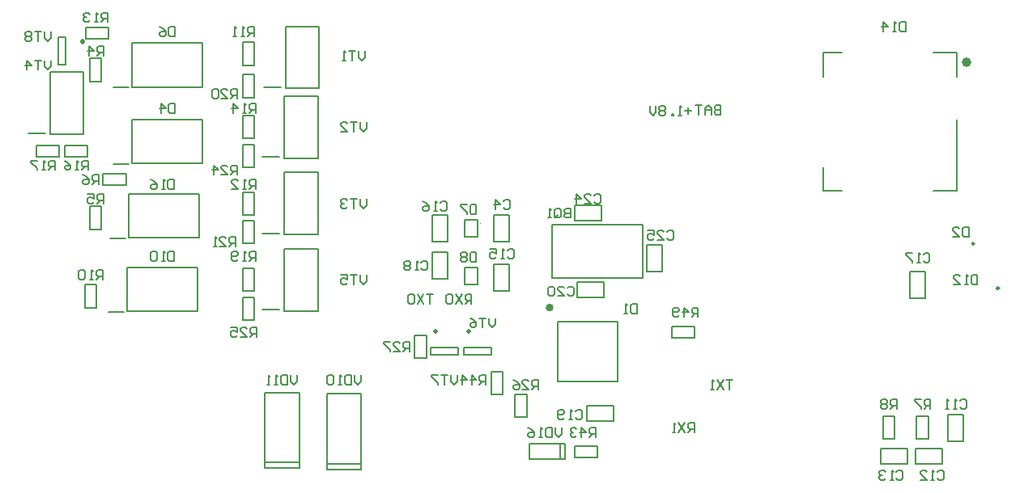
<source format=gbr>
G04*
G04 #@! TF.GenerationSoftware,Altium Limited,Altium Designer,22.8.2 (66)*
G04*
G04 Layer_Color=32896*
%FSLAX44Y44*%
%MOMM*%
G71*
G04*
G04 #@! TF.SameCoordinates,CF27D90D-B1D3-4D20-95BB-87DB92CEE313*
G04*
G04*
G04 #@! TF.FilePolarity,Positive*
G04*
G01*
G75*
%ADD10C,0.2500*%
%ADD11C,0.2000*%
%ADD13C,0.1500*%
%ADD70C,0.5000*%
%ADD106C,0.1200*%
%ADD107C,0.4000*%
%ADD108C,0.2540*%
%ADD109C,1.0000*%
D10*
X1060000Y216300D02*
G03*
X1060000Y216300I-1250J0D01*
G01*
D11*
X687000Y264500D02*
Y283000D01*
X606000Y227000D02*
X676000D01*
X605000Y283000D02*
X675000D01*
X593000D02*
X605000D01*
X687000Y239500D02*
Y264500D01*
X675000Y283000D02*
X687000D01*
X593000Y227000D02*
X606000D01*
X593000D02*
Y283000D01*
X676000Y227000D02*
X687000D01*
Y239500D01*
X128500Y191300D02*
X144500D01*
X148000Y192100D02*
Y237900D01*
X222000D01*
Y192100D02*
Y237900D01*
X148000Y192100D02*
X222000D01*
X153000Y347100D02*
X227000D01*
Y392900D01*
X153000D02*
X227000D01*
X153000Y347100D02*
Y392900D01*
X133500Y346300D02*
X149500D01*
X1016000Y438000D02*
Y463000D01*
X991000D02*
X1016000D01*
X876000D02*
X896000D01*
X876000Y438000D02*
Y463000D01*
Y318000D02*
Y343000D01*
Y318000D02*
X896000D01*
X991000D02*
X1016000D01*
Y393000D01*
X314000Y425500D02*
X349000D01*
Y490500D01*
X314000D02*
X349000D01*
X314000Y425500D02*
Y490500D01*
X291250Y426750D02*
X308750D01*
X133500Y426300D02*
X149500D01*
X153000Y427100D02*
Y472900D01*
X227000D01*
Y427100D02*
Y472900D01*
X153000Y427100D02*
X227000D01*
X603000Y37000D02*
X606000D01*
Y53000D01*
X598000D02*
X606000D01*
X601000Y37000D02*
Y53000D01*
X598000Y37000D02*
X603000D01*
X569000D02*
X598000D01*
X569000D02*
Y53000D01*
X598000D01*
X598500Y181500D02*
X661500D01*
Y118500D02*
Y181500D01*
X598500Y118500D02*
X661500D01*
X598500D02*
Y181500D01*
X312500Y192500D02*
X347500D01*
Y257500D01*
X312500D02*
X347500D01*
X312500Y192500D02*
Y257500D01*
X289750Y193750D02*
X307250D01*
X312500Y272500D02*
X347500D01*
Y337500D01*
X312500D02*
X347500D01*
X312500Y272500D02*
Y337500D01*
X289750Y273750D02*
X307250D01*
X289750Y353750D02*
X307250D01*
X312500Y352500D02*
Y417500D01*
X347500D01*
Y352500D02*
Y417500D01*
X312500Y352500D02*
X347500D01*
X356980Y42600D02*
Y94400D01*
X393020Y42600D02*
Y94400D01*
X356980Y32520D02*
Y42600D01*
Y32520D02*
X393020D01*
Y42600D01*
Y26500D02*
Y32520D01*
X356980Y26500D02*
X393020D01*
X356980D02*
Y32520D01*
X393020Y94400D02*
Y105500D01*
X356980D02*
X393020D01*
X356980Y94400D02*
Y105500D01*
X291980Y44100D02*
Y95900D01*
X328020Y44100D02*
Y95900D01*
X291980Y34020D02*
Y44100D01*
Y34020D02*
X328020D01*
Y44100D01*
Y28000D02*
Y34020D01*
X291980Y28000D02*
X328020D01*
X291980D02*
Y34020D01*
X328020Y95900D02*
Y107000D01*
X291980D02*
X328020D01*
X291980Y95900D02*
Y107000D01*
X149500Y269400D02*
X223500D01*
Y315200D01*
X149500D02*
X223500D01*
X149500Y269400D02*
Y315200D01*
X130000Y268600D02*
X146000D01*
X44750Y378750D02*
X62250D01*
X67500Y377500D02*
Y442500D01*
X102500D01*
Y377500D02*
Y442500D01*
X67500Y377500D02*
X102500D01*
X738000Y401998D02*
X731336D01*
X734668Y405331D02*
Y398666D01*
X728003Y397000D02*
X724671D01*
X726337D01*
Y406997D01*
X728003Y405331D01*
X719673Y397000D02*
Y398666D01*
X718006D01*
Y397000D01*
X719673D01*
X711342Y405331D02*
X709676Y406997D01*
X706344D01*
X704677Y405331D01*
Y403665D01*
X706344Y401998D01*
X704677Y400332D01*
Y398666D01*
X706344Y397000D01*
X709676D01*
X711342Y398666D01*
Y400332D01*
X709676Y401998D01*
X711342Y403665D01*
Y405331D01*
X709676Y401998D02*
X706344D01*
X701345Y406997D02*
Y400332D01*
X698013Y397000D01*
X694681Y400332D01*
Y406997D01*
X611663Y299998D02*
Y290002D01*
X606665D01*
X604998Y291668D01*
Y293334D01*
X606665Y295000D01*
X611663D01*
X606665D01*
X604998Y296666D01*
Y298332D01*
X606665Y299998D01*
X611663D01*
X595002Y291668D02*
Y298332D01*
X596668Y299998D01*
X600000D01*
X601666Y298332D01*
Y291668D01*
X600000Y290002D01*
X596668D01*
X598334Y293334D02*
X595002Y290002D01*
X596668D02*
X595002Y291668D01*
X591669Y290002D02*
X588337D01*
X590003D01*
Y299998D01*
X591669Y298332D01*
X768998Y408024D02*
Y398027D01*
X764000D01*
X762334Y399693D01*
Y401359D01*
X764000Y403025D01*
X768998D01*
X764000D01*
X762334Y404692D01*
Y406358D01*
X764000Y408024D01*
X768998D01*
X759001Y398027D02*
Y404692D01*
X755669Y408024D01*
X752337Y404692D01*
Y398027D01*
Y403025D01*
X759001D01*
X749004Y408024D02*
X742340D01*
X745672D01*
Y398027D01*
X443329Y150002D02*
Y159998D01*
X438331D01*
X436665Y158332D01*
Y155000D01*
X438331Y153334D01*
X443329D01*
X439997D02*
X436665Y150002D01*
X426668D02*
X433332D01*
X426668Y156666D01*
Y158332D01*
X428334Y159998D01*
X431666D01*
X433332Y158332D01*
X423335Y159998D02*
X416671D01*
Y158332D01*
X423335Y151668D01*
Y150002D01*
X578329Y110002D02*
Y119998D01*
X573331D01*
X571665Y118332D01*
Y115000D01*
X573331Y113334D01*
X578329D01*
X574997D02*
X571665Y110002D01*
X561668D02*
X568332D01*
X561668Y116666D01*
Y118332D01*
X563334Y119998D01*
X566666D01*
X568332Y118332D01*
X551671Y119998D02*
X555003Y118332D01*
X558335Y115000D01*
Y111668D01*
X556669Y110002D01*
X553337D01*
X551671Y111668D01*
Y113334D01*
X553337Y115000D01*
X558335D01*
X493329Y124998D02*
Y118334D01*
X489997Y115002D01*
X486665Y118334D01*
Y124998D01*
X483332D02*
X476668D01*
X480000D01*
Y115002D01*
X473335Y124998D02*
X466671D01*
Y123332D01*
X473335Y116668D01*
Y115002D01*
X533329Y184998D02*
Y178334D01*
X529997Y175002D01*
X526665Y178334D01*
Y184998D01*
X523332D02*
X516668D01*
X520000D01*
Y175002D01*
X506671Y184998D02*
X510003Y183332D01*
X513335Y180000D01*
Y176668D01*
X511669Y175002D01*
X508337D01*
X506671Y176668D01*
Y178334D01*
X508337Y180000D01*
X513335D01*
X283329Y165002D02*
Y174998D01*
X278331D01*
X276665Y173332D01*
Y170000D01*
X278331Y168334D01*
X283329D01*
X279997D02*
X276665Y165002D01*
X266668D02*
X273332D01*
X266668Y171666D01*
Y173332D01*
X268334Y174998D01*
X271666D01*
X273332Y173332D01*
X256671Y174998D02*
X263335D01*
Y170000D01*
X260003Y171666D01*
X258337D01*
X256671Y170000D01*
Y166668D01*
X258337Y165002D01*
X261669D01*
X263335Y166668D01*
X263329Y335002D02*
Y344998D01*
X258331D01*
X256665Y343332D01*
Y340000D01*
X258331Y338334D01*
X263329D01*
X259997D02*
X256665Y335002D01*
X246668D02*
X253332D01*
X246668Y341666D01*
Y343332D01*
X248334Y344998D01*
X251666D01*
X253332Y343332D01*
X238337Y335002D02*
Y344998D01*
X243335Y340000D01*
X236671D01*
X261663Y260002D02*
Y269998D01*
X256665D01*
X254998Y268332D01*
Y265000D01*
X256665Y263334D01*
X261663D01*
X258331D02*
X254998Y260002D01*
X245002D02*
X251666D01*
X245002Y266666D01*
Y268332D01*
X246668Y269998D01*
X250000D01*
X251666Y268332D01*
X241669Y260002D02*
X238337D01*
X240003D01*
Y269998D01*
X241669Y268332D01*
X263329Y415002D02*
Y424998D01*
X258331D01*
X256665Y423332D01*
Y420000D01*
X258331Y418334D01*
X263329D01*
X259997D02*
X256665Y415002D01*
X246668D02*
X253332D01*
X246668Y421666D01*
Y423332D01*
X248334Y424998D01*
X251666D01*
X253332Y423332D01*
X243335D02*
X241669Y424998D01*
X238337D01*
X236671Y423332D01*
Y416668D01*
X238337Y415002D01*
X241669D01*
X243335Y416668D01*
Y423332D01*
X282496Y245002D02*
Y254998D01*
X277498D01*
X275832Y253332D01*
Y250000D01*
X277498Y248334D01*
X282496D01*
X279164D02*
X275832Y245002D01*
X272499D02*
X269167D01*
X270833D01*
Y254998D01*
X272499Y253332D01*
X264168Y246668D02*
X262502Y245002D01*
X259170D01*
X257504Y246668D01*
Y253332D01*
X259170Y254998D01*
X262502D01*
X264168Y253332D01*
Y251666D01*
X262502Y250000D01*
X257504D01*
X282496Y400002D02*
Y409998D01*
X277498D01*
X275832Y408332D01*
Y405000D01*
X277498Y403334D01*
X282496D01*
X279164D02*
X275832Y400002D01*
X272499D02*
X269167D01*
X270833D01*
Y409998D01*
X272499Y408332D01*
X259170Y400002D02*
Y409998D01*
X264168Y405000D01*
X257504D01*
X282496Y320002D02*
Y329998D01*
X277498D01*
X275832Y328332D01*
Y325000D01*
X277498Y323334D01*
X282496D01*
X279164D02*
X275832Y320002D01*
X272499D02*
X269167D01*
X270833D01*
Y329998D01*
X272499Y328332D01*
X257504Y320002D02*
X264168D01*
X257504Y326666D01*
Y328332D01*
X259170Y329998D01*
X262502D01*
X264168Y328332D01*
X123331Y460002D02*
Y469998D01*
X118332D01*
X116666Y468332D01*
Y465000D01*
X118332Y463334D01*
X123331D01*
X119998D02*
X116666Y460002D01*
X108336D02*
Y469998D01*
X113334Y465000D01*
X106669D01*
X398329Y229998D02*
Y223334D01*
X394997Y220002D01*
X391665Y223334D01*
Y229998D01*
X388332D02*
X381668D01*
X385000D01*
Y220002D01*
X371671Y229998D02*
X378335D01*
Y225000D01*
X375003Y226666D01*
X373337D01*
X371671Y225000D01*
Y221668D01*
X373337Y220002D01*
X376669D01*
X378335Y221668D01*
X325828Y124998D02*
Y118334D01*
X322496Y115002D01*
X319164Y118334D01*
Y124998D01*
X315831D02*
Y115002D01*
X310833D01*
X309167Y116668D01*
Y123332D01*
X310833Y124998D01*
X315831D01*
X305835Y115002D02*
X302502D01*
X304168D01*
Y124998D01*
X305835Y123332D01*
X297504Y115002D02*
X294172D01*
X295838D01*
Y124998D01*
X297504Y123332D01*
X392494Y124998D02*
Y118334D01*
X389162Y115002D01*
X385830Y118334D01*
Y124998D01*
X382497D02*
Y115002D01*
X377499D01*
X375833Y116668D01*
Y123332D01*
X377499Y124998D01*
X382497D01*
X372501Y115002D02*
X369169D01*
X370835D01*
Y124998D01*
X372501Y123332D01*
X364170D02*
X362504Y124998D01*
X359172D01*
X357506Y123332D01*
Y116668D01*
X359172Y115002D01*
X362504D01*
X364170Y116668D01*
Y123332D01*
X197496Y254998D02*
Y245002D01*
X192498D01*
X190832Y246668D01*
Y253332D01*
X192498Y254998D01*
X197496D01*
X187499Y245002D02*
X184167D01*
X185833D01*
Y254998D01*
X187499Y253332D01*
X179169D02*
X177502Y254998D01*
X174170D01*
X172504Y253332D01*
Y246668D01*
X174170Y245002D01*
X177502D01*
X179169Y246668D01*
Y253332D01*
X681665Y199998D02*
Y190002D01*
X676666D01*
X675000Y191668D01*
Y198332D01*
X676666Y199998D01*
X681665D01*
X671668Y190002D02*
X668335D01*
X670002D01*
Y199998D01*
X671668Y198332D01*
X122496Y225002D02*
Y234998D01*
X117498D01*
X115831Y233332D01*
Y230000D01*
X117498Y228334D01*
X122496D01*
X119164D02*
X115831Y225002D01*
X112499D02*
X109167D01*
X110833D01*
Y234998D01*
X112499Y233332D01*
X104169D02*
X102502Y234998D01*
X99170D01*
X97504Y233332D01*
Y226668D01*
X99170Y225002D01*
X102502D01*
X104169Y226668D01*
Y233332D01*
X398329Y309998D02*
Y303334D01*
X394997Y300002D01*
X391665Y303334D01*
Y309998D01*
X388332D02*
X381668D01*
X385000D01*
Y300002D01*
X378335Y308332D02*
X376669Y309998D01*
X373337D01*
X371671Y308332D01*
Y306666D01*
X373337Y305000D01*
X375003D01*
X373337D01*
X371671Y303334D01*
Y301668D01*
X373337Y300002D01*
X376669D01*
X378335Y301668D01*
X513331Y253998D02*
Y244002D01*
X508332D01*
X506666Y245668D01*
Y252332D01*
X508332Y253998D01*
X513331D01*
X503334Y252332D02*
X501668Y253998D01*
X498335D01*
X496669Y252332D01*
Y250666D01*
X498335Y249000D01*
X496669Y247334D01*
Y245668D01*
X498335Y244002D01*
X501668D01*
X503334Y245668D01*
Y247334D01*
X501668Y249000D01*
X503334Y250666D01*
Y252332D01*
X501668Y249000D02*
X498335D01*
X513331Y303998D02*
Y294002D01*
X508332D01*
X506666Y295668D01*
Y302332D01*
X508332Y303998D01*
X513331D01*
X503334D02*
X496669D01*
Y302332D01*
X503334Y295668D01*
Y294002D01*
X198331Y409998D02*
Y400002D01*
X193332D01*
X191666Y401668D01*
Y408332D01*
X193332Y409998D01*
X198331D01*
X183335Y400002D02*
Y409998D01*
X188334Y405000D01*
X181669D01*
X455831Y243332D02*
X457498Y244998D01*
X460830D01*
X462496Y243332D01*
Y236668D01*
X460830Y235002D01*
X457498D01*
X455831Y236668D01*
X452499Y235002D02*
X449167D01*
X450833D01*
Y244998D01*
X452499Y243332D01*
X444169D02*
X442502Y244998D01*
X439170D01*
X437504Y243332D01*
Y241666D01*
X439170Y240000D01*
X437504Y238334D01*
Y236668D01*
X439170Y235002D01*
X442502D01*
X444169Y236668D01*
Y238334D01*
X442502Y240000D01*
X444169Y241666D01*
Y243332D01*
X442502Y240000D02*
X439170D01*
X475831Y305332D02*
X477498Y306998D01*
X480830D01*
X482496Y305332D01*
Y298668D01*
X480830Y297002D01*
X477498D01*
X475831Y298668D01*
X472499Y297002D02*
X469167D01*
X470833D01*
Y306998D01*
X472499Y305332D01*
X457504Y306998D02*
X460836Y305332D01*
X464169Y302000D01*
Y298668D01*
X462502Y297002D01*
X459170D01*
X457504Y298668D01*
Y300334D01*
X459170Y302000D01*
X464169D01*
X545831Y255332D02*
X547498Y256998D01*
X550830D01*
X552496Y255332D01*
Y248668D01*
X550830Y247002D01*
X547498D01*
X545831Y248668D01*
X542499Y247002D02*
X539167D01*
X540833D01*
Y256998D01*
X542499Y255332D01*
X527504Y256998D02*
X534169D01*
Y252000D01*
X530836Y253666D01*
X529170D01*
X527504Y252000D01*
Y248668D01*
X529170Y247002D01*
X532502D01*
X534169Y248668D01*
X541666Y307332D02*
X543332Y308998D01*
X546665D01*
X548331Y307332D01*
Y300668D01*
X546665Y299002D01*
X543332D01*
X541666Y300668D01*
X533335Y299002D02*
Y308998D01*
X538334Y304000D01*
X531669D01*
X712665Y275332D02*
X714331Y276998D01*
X717663D01*
X719329Y275332D01*
Y268668D01*
X717663Y267002D01*
X714331D01*
X712665Y268668D01*
X702668Y267002D02*
X709332D01*
X702668Y273666D01*
Y275332D01*
X704334Y276998D01*
X707666D01*
X709332Y275332D01*
X692671Y276998D02*
X699335D01*
Y272000D01*
X696003Y273666D01*
X694337D01*
X692671Y272000D01*
Y268668D01*
X694337Y267002D01*
X697669D01*
X699335Y268668D01*
X636665Y313332D02*
X638331Y314998D01*
X641663D01*
X643329Y313332D01*
Y306668D01*
X641663Y305002D01*
X638331D01*
X636665Y306668D01*
X626668Y305002D02*
X633332D01*
X626668Y311666D01*
Y313332D01*
X628334Y314998D01*
X631666D01*
X633332Y313332D01*
X618337Y305002D02*
Y314998D01*
X623335Y310000D01*
X616671D01*
X197496Y329998D02*
Y320002D01*
X192498D01*
X190832Y321668D01*
Y328332D01*
X192498Y329998D01*
X197496D01*
X187499Y320002D02*
X184167D01*
X185833D01*
Y329998D01*
X187499Y328332D01*
X172504Y329998D02*
X175836Y328332D01*
X179169Y325000D01*
Y321668D01*
X177502Y320002D01*
X174170D01*
X172504Y321668D01*
Y323334D01*
X174170Y325000D01*
X179169D01*
X608665Y216332D02*
X610331Y217998D01*
X613663D01*
X615329Y216332D01*
Y209668D01*
X613663Y208002D01*
X610331D01*
X608665Y209668D01*
X598668Y208002D02*
X605332D01*
X598668Y214666D01*
Y216332D01*
X600334Y217998D01*
X603666D01*
X605332Y216332D01*
X595335D02*
X593669Y217998D01*
X590337D01*
X588671Y216332D01*
Y209668D01*
X590337Y208002D01*
X593669D01*
X595335Y209668D01*
Y216332D01*
X745329Y186002D02*
Y195998D01*
X740331D01*
X738664Y194332D01*
Y191000D01*
X740331Y189334D01*
X745329D01*
X741997D02*
X738664Y186002D01*
X730334D02*
Y195998D01*
X735332Y191000D01*
X728668D01*
X725335Y187668D02*
X723669Y186002D01*
X720337D01*
X718671Y187668D01*
Y194332D01*
X720337Y195998D01*
X723669D01*
X725335Y194332D01*
Y192666D01*
X723669Y191000D01*
X718671D01*
X602494Y69998D02*
Y63334D01*
X599162Y60002D01*
X595830Y63334D01*
Y69998D01*
X592498D02*
Y60002D01*
X587499D01*
X585833Y61668D01*
Y68332D01*
X587499Y69998D01*
X592498D01*
X582501Y60002D02*
X579169D01*
X580835D01*
Y69998D01*
X582501Y68332D01*
X567506Y69998D02*
X570838Y68332D01*
X574170Y65000D01*
Y61668D01*
X572504Y60002D01*
X569172D01*
X567506Y61668D01*
Y63334D01*
X569172Y65000D01*
X574170D01*
X523329Y115002D02*
Y124998D01*
X518331D01*
X516665Y123332D01*
Y120000D01*
X518331Y118334D01*
X523329D01*
X519997D02*
X516665Y115002D01*
X508334D02*
Y124998D01*
X513332Y120000D01*
X506668D01*
X498337Y115002D02*
Y124998D01*
X503335Y120000D01*
X496671D01*
X638329Y60002D02*
Y69998D01*
X633331D01*
X631665Y68332D01*
Y65000D01*
X633331Y63334D01*
X638329D01*
X634997D02*
X631665Y60002D01*
X623334D02*
Y69998D01*
X628332Y65000D01*
X621668D01*
X618335Y68332D02*
X616669Y69998D01*
X613337D01*
X611671Y68332D01*
Y66666D01*
X613337Y65000D01*
X615003D01*
X613337D01*
X611671Y63334D01*
Y61668D01*
X613337Y60002D01*
X616669D01*
X618335Y61668D01*
X781663Y119998D02*
X774998D01*
X778331D01*
Y110002D01*
X771666Y119998D02*
X765002Y110002D01*
Y119998D02*
X771666Y110002D01*
X761669D02*
X758337D01*
X760003D01*
Y119998D01*
X761669Y118332D01*
X468329Y209998D02*
X461665D01*
X464997D01*
Y200002D01*
X458332Y209998D02*
X451668Y200002D01*
Y209998D02*
X458332Y200002D01*
X448335Y208332D02*
X446669Y209998D01*
X443337D01*
X441671Y208332D01*
Y201668D01*
X443337Y200002D01*
X446669D01*
X448335Y201668D01*
Y208332D01*
X741663Y65002D02*
Y74998D01*
X736665D01*
X734998Y73332D01*
Y70000D01*
X736665Y68334D01*
X741663D01*
X738331D02*
X734998Y65002D01*
X731666Y74998D02*
X725002Y65002D01*
Y74998D02*
X731666Y65002D01*
X721669D02*
X718337D01*
X720003D01*
Y74998D01*
X721669Y73332D01*
X508329Y200002D02*
Y209998D01*
X503331D01*
X501665Y208332D01*
Y205000D01*
X503331Y203334D01*
X508329D01*
X504997D02*
X501665Y200002D01*
X498332Y209998D02*
X491668Y200002D01*
Y209998D02*
X498332Y200002D01*
X488335Y208332D02*
X486669Y209998D01*
X483337D01*
X481671Y208332D01*
Y201668D01*
X483337Y200002D01*
X486669D01*
X488335Y201668D01*
Y208332D01*
X962496Y494998D02*
Y485002D01*
X957498D01*
X955832Y486668D01*
Y493332D01*
X957498Y494998D01*
X962496D01*
X952499Y485002D02*
X949167D01*
X950833D01*
Y494998D01*
X952499Y493332D01*
X939170Y485002D02*
Y494998D01*
X944168Y490000D01*
X937504D01*
X1037496Y229998D02*
Y220002D01*
X1032498D01*
X1030832Y221668D01*
Y228332D01*
X1032498Y229998D01*
X1037496D01*
X1027499Y220002D02*
X1024167D01*
X1025833D01*
Y229998D01*
X1027499Y228332D01*
X1012504Y220002D02*
X1019168D01*
X1012504Y226666D01*
Y228332D01*
X1014170Y229998D01*
X1017502D01*
X1019168Y228332D01*
X72496Y340002D02*
Y349998D01*
X67498D01*
X65831Y348332D01*
Y345000D01*
X67498Y343334D01*
X72496D01*
X69164D02*
X65831Y340002D01*
X62499D02*
X59167D01*
X60833D01*
Y349998D01*
X62499Y348332D01*
X54169Y349998D02*
X47504D01*
Y348332D01*
X54169Y341668D01*
Y340002D01*
X107496D02*
Y349998D01*
X102498D01*
X100831Y348332D01*
Y345000D01*
X102498Y343334D01*
X107496D01*
X104164D02*
X100831Y340002D01*
X97499D02*
X94167D01*
X95833D01*
Y349998D01*
X97499Y348332D01*
X82504Y349998D02*
X85836Y348332D01*
X89169Y345000D01*
Y341668D01*
X87502Y340002D01*
X84170D01*
X82504Y341668D01*
Y343334D01*
X84170Y345000D01*
X89169D01*
X127496Y495002D02*
Y504998D01*
X122498D01*
X120831Y503332D01*
Y500000D01*
X122498Y498334D01*
X127496D01*
X124164D02*
X120831Y495002D01*
X117499D02*
X114167D01*
X115833D01*
Y504998D01*
X117499Y503332D01*
X109169D02*
X107502Y504998D01*
X104170D01*
X102504Y503332D01*
Y501666D01*
X104170Y500000D01*
X105836D01*
X104170D01*
X102504Y498334D01*
Y496668D01*
X104170Y495002D01*
X107502D01*
X109169Y496668D01*
X280830Y480002D02*
Y489998D01*
X275831D01*
X274165Y488332D01*
Y485000D01*
X275831Y483334D01*
X280830D01*
X277498D02*
X274165Y480002D01*
X270833D02*
X267501D01*
X269167D01*
Y489998D01*
X270833Y488332D01*
X262502Y480002D02*
X259170D01*
X260836D01*
Y489998D01*
X262502Y488332D01*
X953331Y90002D02*
Y99998D01*
X948332D01*
X946666Y98332D01*
Y95000D01*
X948332Y93334D01*
X953331D01*
X949998D02*
X946666Y90002D01*
X943334Y98332D02*
X941668Y99998D01*
X938335D01*
X936669Y98332D01*
Y96666D01*
X938335Y95000D01*
X936669Y93334D01*
Y91668D01*
X938335Y90002D01*
X941668D01*
X943334Y91668D01*
Y93334D01*
X941668Y95000D01*
X943334Y96666D01*
Y98332D01*
X941668Y95000D02*
X938335D01*
X988331Y90002D02*
Y99998D01*
X983332D01*
X981666Y98332D01*
Y95000D01*
X983332Y93334D01*
X988331D01*
X984998D02*
X981666Y90002D01*
X978334Y99998D02*
X971669D01*
Y98332D01*
X978334Y91668D01*
Y90002D01*
X118331Y325002D02*
Y334998D01*
X113332D01*
X111666Y333332D01*
Y330000D01*
X113332Y328334D01*
X118331D01*
X114998D02*
X111666Y325002D01*
X101669Y334998D02*
X105002Y333332D01*
X108334Y330000D01*
Y326668D01*
X106668Y325002D01*
X103336D01*
X101669Y326668D01*
Y328334D01*
X103336Y330000D01*
X108334D01*
X123331Y305002D02*
Y314998D01*
X118332D01*
X116666Y313332D01*
Y310000D01*
X118332Y308334D01*
X123331D01*
X119998D02*
X116666Y305002D01*
X106669Y314998D02*
X113334D01*
Y310000D01*
X110002Y311666D01*
X108336D01*
X106669Y310000D01*
Y306668D01*
X108336Y305002D01*
X111668D01*
X113334Y306668D01*
X68329Y484998D02*
Y478334D01*
X64997Y475002D01*
X61665Y478334D01*
Y484998D01*
X58332D02*
X51668D01*
X55000D01*
Y475002D01*
X48335Y483332D02*
X46669Y484998D01*
X43337D01*
X41671Y483332D01*
Y481666D01*
X43337Y480000D01*
X41671Y478334D01*
Y476668D01*
X43337Y475002D01*
X46669D01*
X48335Y476668D01*
Y478334D01*
X46669Y480000D01*
X48335Y481666D01*
Y483332D01*
X46669Y480000D02*
X43337D01*
X68329Y454998D02*
Y448334D01*
X64997Y445002D01*
X61665Y448334D01*
Y454998D01*
X58332D02*
X51668D01*
X55000D01*
Y445002D01*
X43337D02*
Y454998D01*
X48335Y450000D01*
X41671D01*
X398329Y389998D02*
Y383334D01*
X394997Y380002D01*
X391665Y383334D01*
Y389998D01*
X388332D02*
X381668D01*
X385000D01*
Y380002D01*
X371671D02*
X378335D01*
X371671Y386666D01*
Y388332D01*
X373337Y389998D01*
X376669D01*
X378335Y388332D01*
X396663Y464998D02*
Y458334D01*
X393331Y455002D01*
X389998Y458334D01*
Y464998D01*
X386666D02*
X380002D01*
X383334D01*
Y455002D01*
X376669D02*
X373337D01*
X375003D01*
Y464998D01*
X376669Y463332D01*
X1028331Y279998D02*
Y270002D01*
X1023332D01*
X1021666Y271668D01*
Y278332D01*
X1023332Y279998D01*
X1028331D01*
X1011669Y270002D02*
X1018334D01*
X1011669Y276666D01*
Y278332D01*
X1013335Y279998D01*
X1016668D01*
X1018334Y278332D01*
X198331Y489998D02*
Y480002D01*
X193332D01*
X191666Y481668D01*
Y488332D01*
X193332Y489998D01*
X198331D01*
X181669D02*
X185002Y488332D01*
X188334Y485000D01*
Y481668D01*
X186668Y480002D01*
X183335D01*
X181669Y481668D01*
Y483334D01*
X183335Y485000D01*
X188334D01*
X616831Y87332D02*
X618498Y88998D01*
X621830D01*
X623496Y87332D01*
Y80668D01*
X621830Y79002D01*
X618498D01*
X616831Y80668D01*
X613499Y79002D02*
X610167D01*
X611833D01*
Y88998D01*
X613499Y87332D01*
X605168Y80668D02*
X603502Y79002D01*
X600170D01*
X598504Y80668D01*
Y87332D01*
X600170Y88998D01*
X603502D01*
X605168Y87332D01*
Y85666D01*
X603502Y84000D01*
X598504D01*
X980832Y251332D02*
X982498Y252998D01*
X985830D01*
X987496Y251332D01*
Y244668D01*
X985830Y243002D01*
X982498D01*
X980832Y244668D01*
X977499Y243002D02*
X974167D01*
X975833D01*
Y252998D01*
X977499Y251332D01*
X969168Y252998D02*
X962504D01*
Y251332D01*
X969168Y244668D01*
Y243002D01*
X952831Y23332D02*
X954498Y24998D01*
X957830D01*
X959496Y23332D01*
Y16668D01*
X957830Y15002D01*
X954498D01*
X952831Y16668D01*
X949499Y15002D02*
X946167D01*
X947833D01*
Y24998D01*
X949499Y23332D01*
X941169D02*
X939502Y24998D01*
X936170D01*
X934504Y23332D01*
Y21666D01*
X936170Y20000D01*
X937836D01*
X936170D01*
X934504Y18334D01*
Y16668D01*
X936170Y15002D01*
X939502D01*
X941169Y16668D01*
X995832Y23332D02*
X997498Y24998D01*
X1000830D01*
X1002496Y23332D01*
Y16668D01*
X1000830Y15002D01*
X997498D01*
X995832Y16668D01*
X992499Y15002D02*
X989167D01*
X990833D01*
Y24998D01*
X992499Y23332D01*
X977504Y15002D02*
X984168D01*
X977504Y21666D01*
Y23332D01*
X979170Y24998D01*
X982502D01*
X984168Y23332D01*
X1019165Y98332D02*
X1020831Y99998D01*
X1024164D01*
X1025830Y98332D01*
Y91668D01*
X1024164Y90002D01*
X1020831D01*
X1019165Y91668D01*
X1015833Y90002D02*
X1012501D01*
X1014167D01*
Y99998D01*
X1015833Y98332D01*
X1007502Y90002D02*
X1004170D01*
X1005836D01*
Y99998D01*
X1007502Y98332D01*
D13*
X692000Y234000D02*
X708000D01*
Y262000D01*
X692000Y234000D02*
Y260000D01*
Y262000D01*
X708000D01*
X644000Y287000D02*
Y303000D01*
X616000D02*
X644000D01*
X618000Y287000D02*
X644000D01*
X616000D02*
X618000D01*
X616000D02*
Y303000D01*
X121000Y435000D02*
Y455000D01*
X109000Y435000D02*
Y455000D01*
X121000D02*
Y457000D01*
X109000D02*
X121000D01*
X109000Y455000D02*
Y457000D01*
Y433000D02*
Y435000D01*
Y433000D02*
X121000D01*
Y435000D01*
X116000Y196000D02*
Y198000D01*
X104000Y196000D02*
X116000D01*
X104000D02*
Y198000D01*
Y218000D02*
Y220000D01*
X116000D01*
Y218000D02*
Y220000D01*
X104000Y198000D02*
Y218000D01*
X116000Y198000D02*
Y218000D01*
X269000Y418000D02*
Y438000D01*
X281000Y418000D02*
Y438000D01*
X269000Y416000D02*
Y418000D01*
Y416000D02*
X281000D01*
Y418000D01*
Y438000D02*
Y440000D01*
X269000D02*
X281000D01*
X269000Y438000D02*
Y440000D01*
Y365000D02*
Y367000D01*
X281000D01*
Y365000D02*
Y367000D01*
Y343000D02*
Y345000D01*
X269000Y343000D02*
X281000D01*
X269000D02*
Y345000D01*
X281000D02*
Y365000D01*
X269000Y345000D02*
Y365000D01*
Y395000D02*
Y397000D01*
X281000D01*
Y395000D02*
Y397000D01*
Y373000D02*
Y375000D01*
X269000Y373000D02*
X281000D01*
X269000D02*
Y375000D01*
X281000D02*
Y395000D01*
X269000Y375000D02*
Y395000D01*
Y315000D02*
Y317000D01*
X281000D01*
Y315000D02*
Y317000D01*
Y293000D02*
Y295000D01*
X269000Y293000D02*
X281000D01*
X269000D02*
Y295000D01*
X281000D02*
Y315000D01*
X269000Y295000D02*
Y315000D01*
Y285000D02*
Y287000D01*
X281000D01*
Y285000D02*
Y287000D01*
Y263000D02*
Y265000D01*
X269000Y263000D02*
X281000D01*
X269000D02*
Y265000D01*
X281000D02*
Y285000D01*
X269000Y265000D02*
Y285000D01*
Y235000D02*
Y237000D01*
X281000D01*
Y235000D02*
Y237000D01*
Y213000D02*
Y215000D01*
X269000Y213000D02*
X281000D01*
X269000D02*
Y215000D01*
X281000D02*
Y235000D01*
X269000Y215000D02*
Y235000D01*
Y205000D02*
Y207000D01*
X281000D01*
Y205000D02*
Y207000D01*
Y183000D02*
Y185000D01*
X269000Y183000D02*
X281000D01*
X269000D02*
Y185000D01*
X281000D02*
Y205000D01*
X269000Y185000D02*
Y205000D01*
X554000Y103000D02*
Y105000D01*
X566000D01*
Y103000D02*
Y105000D01*
Y81000D02*
Y83000D01*
X554000Y81000D02*
X566000D01*
X554000D02*
Y83000D01*
X566000D02*
Y103000D01*
X554000Y83000D02*
Y103000D01*
X461000Y143000D02*
Y145000D01*
X449000Y143000D02*
X461000D01*
X449000D02*
Y145000D01*
Y165000D02*
Y167000D01*
X461000D01*
Y165000D02*
Y167000D01*
X449000Y145000D02*
Y165000D01*
X461000Y145000D02*
Y165000D01*
X500500Y146190D02*
Y153810D01*
Y146190D02*
X529500D01*
Y153810D01*
X500500D02*
X529500D01*
X465500Y146190D02*
Y153810D01*
Y146190D02*
X494500D01*
Y153810D01*
X465500D02*
X494500D01*
X83000Y354000D02*
X85000D01*
X83000D02*
Y366000D01*
X85000D01*
X105000D02*
X107000D01*
Y354000D02*
Y366000D01*
X105000Y354000D02*
X107000D01*
X85000Y366000D02*
X105000D01*
X85000Y354000D02*
X105000D01*
X541000Y105000D02*
Y107000D01*
X529000Y105000D02*
X541000D01*
X529000D02*
Y107000D01*
Y127000D02*
Y129000D01*
X541000D01*
Y127000D02*
Y129000D01*
X529000Y107000D02*
Y127000D01*
X541000Y107000D02*
Y127000D01*
X964000Y32000D02*
Y48000D01*
X962000D02*
X964000D01*
X936000D02*
X962000D01*
X936000Y32000D02*
X964000D01*
X936000D02*
Y48000D01*
X939000Y80000D02*
Y82000D01*
X951000D01*
Y80000D02*
Y82000D01*
Y58000D02*
Y60000D01*
X939000Y58000D02*
X951000D01*
X939000D02*
Y60000D01*
X951000D02*
Y80000D01*
X939000Y60000D02*
Y80000D01*
X974000Y80000D02*
Y82000D01*
X986000D01*
Y80000D02*
Y82000D01*
Y58000D02*
Y60000D01*
X974000Y58000D02*
X986000D01*
X974000D02*
Y60000D01*
X986000D02*
Y80000D01*
X974000Y60000D02*
Y80000D01*
X1001000Y32000D02*
Y48000D01*
X999000D02*
X1001000D01*
X973000D02*
X999000D01*
X973000Y32000D02*
X1001000D01*
X973000D02*
Y48000D01*
X1007000Y56000D02*
X1023000D01*
Y58000D01*
Y84000D01*
X1007000Y56000D02*
Y84000D01*
X1023000D01*
X532000Y293000D02*
X548000D01*
X532000Y265000D02*
Y293000D01*
X548000Y267000D02*
Y293000D01*
Y265000D02*
Y267000D01*
X532000Y265000D02*
X548000D01*
X532000Y213000D02*
X548000D01*
Y215000D01*
Y241000D01*
X532000Y213000D02*
Y241000D01*
X548000D01*
X467000Y293000D02*
X483000D01*
X467000Y291000D02*
Y293000D01*
Y265000D02*
Y291000D01*
X483000Y265000D02*
Y293000D01*
X467000Y265000D02*
X483000D01*
X515000Y270500D02*
Y287500D01*
X501500D02*
X515000D01*
X501500Y270500D02*
X515000D01*
X501500D02*
Y287500D01*
X515000Y220500D02*
Y237500D01*
X501500D02*
X515000D01*
X501500Y220500D02*
X515000D01*
X501500D02*
Y237500D01*
X467000Y254000D02*
X483000D01*
X467000Y252000D02*
Y254000D01*
Y226000D02*
Y252000D01*
X483000Y226000D02*
Y254000D01*
X467000Y226000D02*
X483000D01*
X967000Y234000D02*
X983000D01*
X967000Y232000D02*
Y234000D01*
Y206000D02*
Y232000D01*
X983000Y206000D02*
Y234000D01*
X967000Y206000D02*
X983000D01*
X269000Y472000D02*
Y474000D01*
X281000D01*
Y472000D02*
Y474000D01*
Y450000D02*
Y452000D01*
X269000Y450000D02*
X281000D01*
X269000D02*
Y452000D01*
X281000D02*
Y472000D01*
X269000Y452000D02*
Y472000D01*
X126522Y489569D02*
X128522D01*
Y477569D02*
Y489569D01*
X126522Y477569D02*
X128522D01*
X104522D02*
X106522D01*
X104522D02*
Y489569D01*
X106522D01*
Y477569D02*
X126522D01*
X106522Y489569D02*
X126522D01*
X618000Y51000D02*
X638000D01*
X618000Y39000D02*
X638000D01*
X616000Y51000D02*
X618000D01*
X616000Y39000D02*
Y51000D01*
Y39000D02*
X618000D01*
X638000D02*
X640000D01*
Y51000D01*
X638000D02*
X640000D01*
X720000Y176000D02*
X740000D01*
X720000Y164000D02*
X740000D01*
X718000Y176000D02*
X720000D01*
X718000Y164000D02*
Y176000D01*
Y164000D02*
X720000D01*
X740000D02*
X742000D01*
Y176000D01*
X740000D02*
X742000D01*
X629000Y77000D02*
Y93000D01*
Y77000D02*
X631000D01*
X657000D01*
X629000Y93000D02*
X657000D01*
Y77000D02*
Y93000D01*
X647000Y207000D02*
Y223000D01*
X645000D02*
X647000D01*
X619000D02*
X645000D01*
X619000Y207000D02*
X647000D01*
X619000D02*
Y223000D01*
X55000Y354000D02*
X75000D01*
X55000Y366000D02*
X75000D01*
Y354000D02*
X77000D01*
Y366000D01*
X75000D02*
X77000D01*
X53000D02*
X55000D01*
X53000Y354000D02*
Y366000D01*
Y354000D02*
X55000D01*
X125000Y336000D02*
X145000D01*
X125000Y324000D02*
X145000D01*
X123000Y336000D02*
X125000D01*
X123000Y324000D02*
Y336000D01*
Y324000D02*
X125000D01*
X145000D02*
X147000D01*
Y336000D01*
X145000D02*
X147000D01*
X121000Y280000D02*
Y300000D01*
X109000Y280000D02*
Y300000D01*
X121000D02*
Y302000D01*
X109000D02*
X121000D01*
X109000Y300000D02*
Y302000D01*
Y278000D02*
Y280000D01*
Y278000D02*
X121000D01*
Y280000D01*
X83810Y450500D02*
Y479500D01*
X76190Y450500D02*
X83810D01*
X76190D02*
Y479500D01*
X83810D01*
D70*
X505405Y171202D02*
X505452Y171250D01*
X505500Y171202D01*
X505452Y171155D01*
X505405Y171202D01*
X470405D02*
X470452Y171250D01*
X470500Y171202D01*
X470452Y171155D01*
X470405Y171202D01*
X101202Y474595D02*
X101250Y474548D01*
X101202Y474500D01*
X101155Y474548D01*
X101202Y474595D01*
D106*
X518000Y284000D02*
G03*
X518000Y284000I-500J0D01*
G01*
Y234000D02*
G03*
X518000Y234000I-500J0D01*
G01*
D107*
X592000Y196000D02*
G03*
X592000Y196000I-2000J0D01*
G01*
D108*
X1034000Y263000D02*
G03*
X1034000Y263000I-1000J0D01*
G01*
D109*
X1026000Y453000D02*
D03*
M02*

</source>
